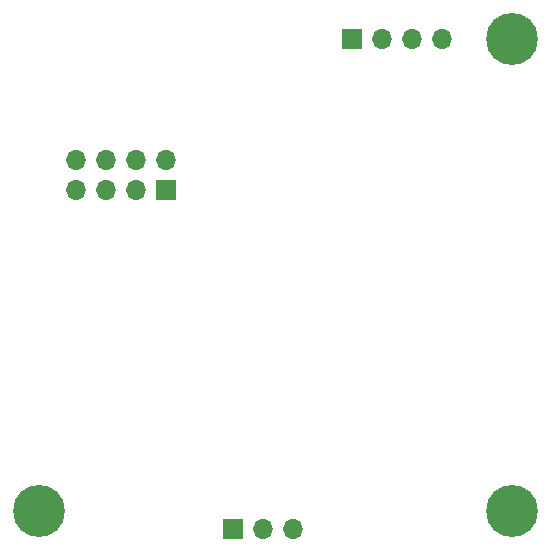
<source format=gbr>
%TF.GenerationSoftware,KiCad,Pcbnew,8.0.2*%
%TF.CreationDate,2024-07-16T13:23:22-07:00*%
%TF.ProjectId,sensor-node-rev-2s,73656e73-6f72-42d6-9e6f-64652d726576,rev?*%
%TF.SameCoordinates,Original*%
%TF.FileFunction,Soldermask,Bot*%
%TF.FilePolarity,Negative*%
%FSLAX46Y46*%
G04 Gerber Fmt 4.6, Leading zero omitted, Abs format (unit mm)*
G04 Created by KiCad (PCBNEW 8.0.2) date 2024-07-16 13:23:22*
%MOMM*%
%LPD*%
G01*
G04 APERTURE LIST*
%ADD10R,1.700000X1.700000*%
%ADD11O,1.700000X1.700000*%
%ADD12C,4.400000*%
G04 APERTURE END LIST*
D10*
%TO.C,J2*%
X105000000Y-100500000D03*
D11*
X107540000Y-100500000D03*
X110080000Y-100500000D03*
X112620000Y-100500000D03*
%TD*%
D12*
%TO.C,H3*%
X118500000Y-100500000D03*
%TD*%
%TO.C,H4*%
X118500000Y-140500000D03*
%TD*%
D11*
%TO.C,nRF24L01+*%
X89280000Y-110770000D03*
X86740000Y-110770000D03*
X84200000Y-110770000D03*
X81660000Y-110770000D03*
X81660000Y-113310000D03*
X84200000Y-113310000D03*
X86740000Y-113310000D03*
D10*
X89280000Y-113310000D03*
%TD*%
%TO.C,J4*%
X94920000Y-142000000D03*
D11*
X97460000Y-142000000D03*
X100000000Y-142000000D03*
%TD*%
D12*
%TO.C,H2*%
X78500000Y-140500000D03*
%TD*%
M02*

</source>
